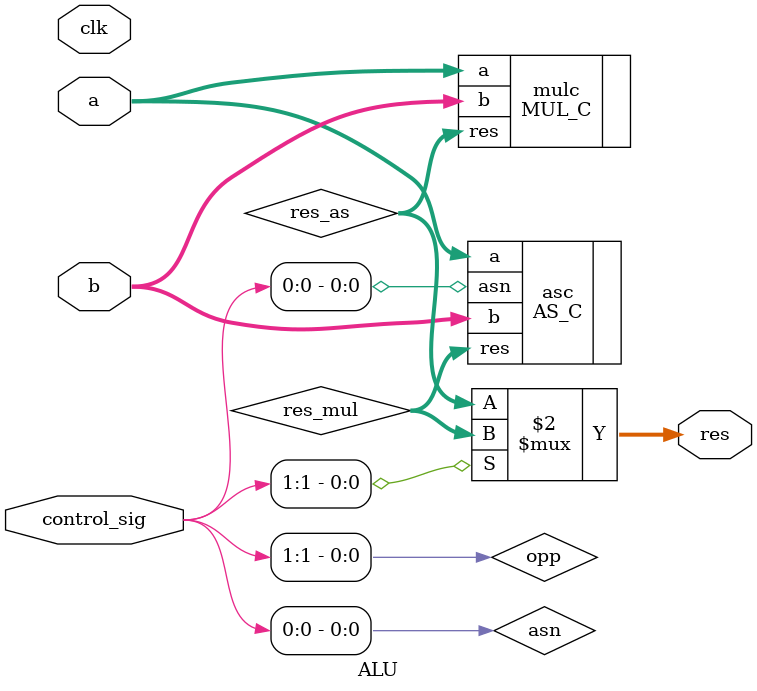
<source format=v>
`define OPP_ASN 1
`define OPP_MUL 0

module ALU (clk,
            a,
            b,
            res,
            control_sig);
    
    parameter PART_LEN = 8;
    
    input [2*PART_LEN-1:0] a, b;
    output [2*PART_LEN-1:0] res;
    input clk;
    
    input [1:0]control_sig;
    
    
    wire asn = control_sig[0];
    wire opp = control_sig[1];
    
    wire [2*PART_LEN-1:0]res_as,res_mul;
    
    MUL_C #(.PART_LEN(PART_LEN))mulc(
    .a(a),
    .b(b),
    .res(res_as)
    );
    
    AS_C #(.PART_LEN(PART_LEN)) asc(
    .a(a),
    .b(b),
    .asn(asn),
    .res(res_mul));
    
    assign res = (opp != `OPP_ASN) ? res_as: res_mul;
    
    initial
        $monitor($time, "\t [ALU] a = %b, b = %b, control = %b, res = %b", a, b, control_sig, res);
    
endmodule

</source>
